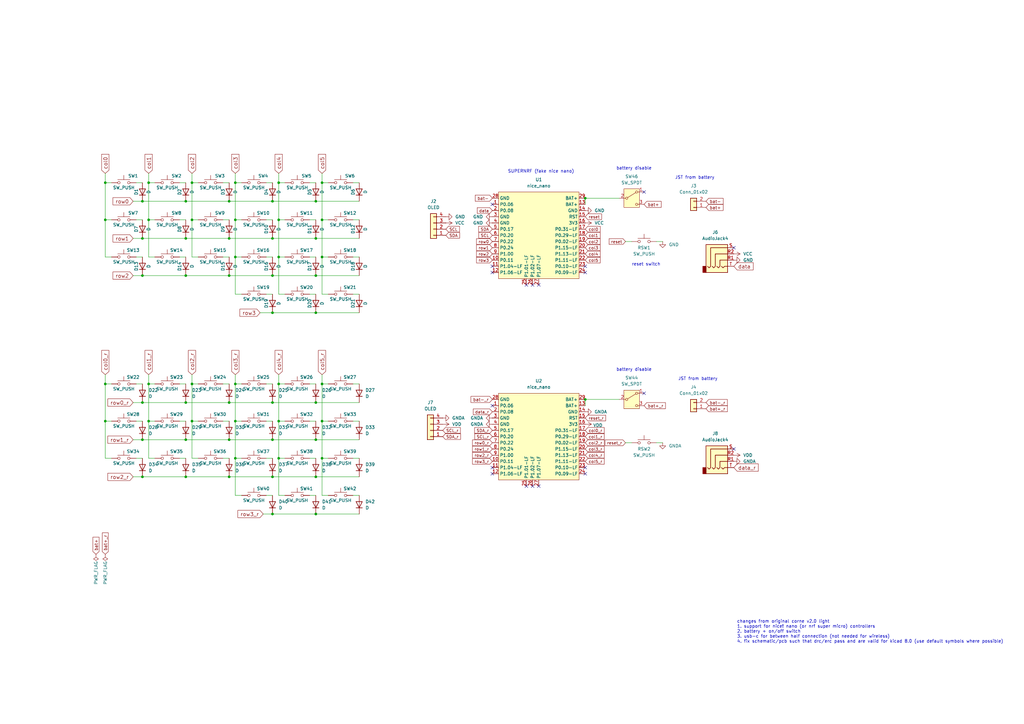
<source format=kicad_sch>
(kicad_sch (version 20231120) (generator "eeschema") (generator_version "8.0")
  (paper "A3")
  (title_block (title "Corne Light (wireless mod)") (date "2024-10-22") (rev "2.1") (company "kevontheweb"))
  (lib_symbols
    (symbol "Connector_Audio:AudioJack4"
      (property "Reference" "J" (at 0 8.89 0))
      (property "Value" "AudioJack4" (at 0 6.35 0))
      (symbol "AudioJack4_1_1"
        (pin passive line (at 5.08 -2.54 180) (length 2.54) (name "~") (number "R1"))
        (pin passive line (at 5.08 0 180) (length 2.54) (name "~") (number "R2"))
        (pin passive line (at 5.08 2.54 180) (length 2.54) (name "~") (number "S"))
        (pin passive line (at 5.08 -5.08 180) (length 2.54) (name "~") (number "T"))
      )
    )
    (symbol "Connector_Generic:Conn_01x02" (pin_names (offset 1.016) hide)
      (property "Reference" "J" (at 0 2.54 0))
      (property "Value" "Conn_01x02" (at 0 -5.08 0))
      (symbol "Conn_01x02_1_1"
        (pin passive line (at -5.08 0 0) (length 3.81) (name "Pin_1") (number "1"))
        (pin passive line (at -5.08 -2.54 0) (length 3.81) (name "Pin_2") (number "2"))
      )
    )
    (symbol "Connector_Generic:Conn_01x04" (pin_names (offset 1.016) hide)
      (property "Reference" "J" (at 0 5.08 0))
      (property "Value" "Conn_01x04" (at 0 -7.62 0))
      (symbol "Conn_01x04_1_1"
        (pin passive line (at -5.08 2.54 0) (length 3.81) (name "Pin_1") (number "1"))
        (pin passive line (at -5.08 0 0) (length 3.81) (name "Pin_2") (number "2"))
        (pin passive line (at -5.08 -2.54 0) (length 3.81) (name "Pin_3") (number "3"))
        (pin passive line (at -5.08 -5.08 0) (length 3.81) (name "Pin_4") (number "4"))
      )
    )
    (symbol "Device:D" (pin_numbers hide) (pin_names (offset 1.016) hide)
      (property "Reference" "D" (at 0 2.54 0))
      (property "Value" "D" (at 0 -2.54 0))
      (symbol "D_1_1"
        (pin passive line (at -3.81 0 0) (length 2.54) (name "K") (number "1"))
        (pin passive line (at 3.81 0 180) (length 2.54) (name "A") (number "2"))
      )
    )
    (symbol "PCM_marbastlib-promicroish:nice_nano" (in_bom no)
      (property "Reference" "U" (at 0 22.86 0))
      (property "Value" "nice_nano" (at 0 20.32 0))
      (symbol "nice_nano_0_0"
        (pin bidirectional line (at -19.05 13.97 0) (length 2.54) (name "P0.06") (number "1"))
        (pin bidirectional line (at -19.05 -8.89 0) (length 2.54) (name "P0.11") (number "10"))
        (pin bidirectional line (at -19.05 -11.43 0) (length 2.54) (name "P1.04-LF") (number "11"))
        (pin bidirectional line (at -19.05 -13.97 0) (length 2.54) (name "P1.06-LF") (number "12"))
        (pin power_out line (at 19.05 11.43 180) (length 2.54) (name "GND") (number "14"))
        (pin bidirectional line (at 19.05 8.89 180) (length 2.54) (name "RST") (number "15"))
        (pin bidirectional line (at 19.05 3.81 180) (length 2.54) (name "P0.31-LF") (number "17"))
        (pin bidirectional line (at 19.05 1.27 180) (length 2.54) (name "P0.29-LF") (number "18"))
        (pin bidirectional line (at 19.05 -1.27 180) (length 2.54) (name "P0.02-LF") (number "19"))
        (pin bidirectional line (at -19.05 11.43 0) (length 2.54) (name "P0.08") (number "2"))
        (pin bidirectional line (at 19.05 -3.81 180) (length 2.54) (name "P1.15-LF") (number "20"))
        (pin bidirectional line (at 19.05 -6.35 180) (length 2.54) (name "P1.13-LF") (number "21"))
        (pin bidirectional line (at 19.05 -8.89 180) (length 2.54) (name "P1.11-LF") (number "22"))
        (pin bidirectional line (at 19.05 -13.97 180) (length 2.54) (name "P0.09-LF") (number "24"))
        (pin power_out line (at -19.05 8.89 0) (length 2.54) (name "GND") (number "3"))
        (pin power_out line (at -19.05 6.35 0) (length 2.54) (name "GND") (number "4"))
        (pin bidirectional line (at -19.05 3.81 0) (length 2.54) (name "P0.17") (number "5"))
        (pin bidirectional line (at -19.05 1.27 0) (length 2.54) (name "P0.20") (number "6"))
        (pin bidirectional line (at -19.05 -1.27 0) (length 2.54) (name "P0.22") (number "7"))
        (pin bidirectional line (at -19.05 -3.81 0) (length 2.54) (name "P0.24") (number "8"))
        (pin bidirectional line (at -19.05 -6.35 0) (length 2.54) (name "P1.00") (number "9"))
      )
      (symbol "nice_nano_1_0"
        (pin power_out line (at 19.05 13.97 180) (length 2.54) (name "BAT+") (number "13"))
        (pin power_out line (at 19.05 6.35 180) (length 2.54) (name "3V3") (number "16"))
        (pin bidirectional line (at 19.05 -11.43 180) (length 2.54) (name "P0.10-LF") (number "23"))
        (pin bidirectional line (at -5.08 -19.05 90) (length 2.54) (name "P1.01-LF") (number "25"))
        (pin bidirectional line (at -2.54 -19.05 90) (length 2.54) (name "P1.02-LF") (number "26"))
        (pin bidirectional line (at 0 -19.05 90) (length 2.54) (name "P1.07-LF") (number "27"))
        (pin power_out line (at -19.05 16.51 0) (length 2.54) (name "GND") (number "28"))
        (pin power_out line (at 19.05 16.51 180) (length 2.54) (name "BAT+") (number "29"))
      )
    )
    (symbol "Switch:SW_Push" (pin_numbers hide) (pin_names (offset 1.016) hide)
      (property "Reference" "SW" (at 1.27 2.54 0))
      (property "Value" "SW_Push" (at 0 -1.524 0))
      (symbol "SW_Push_0_1"
        (pin passive line (at -5.08 0 0) (length 2.54) (name "1") (number "1"))
        (pin passive line (at 5.08 0 180) (length 2.54) (name "2") (number "2"))
      )
    )
    (symbol "Switch:SW_SPDT" (pin_names (offset 0) hide)
      (property "Reference" "SW" (at 0 5.08 0))
      (property "Value" "SW_SPDT" (at 0 -5.08 0))
      (symbol "SW_SPDT_1_1"
        (pin passive line (at 5.08 2.54 180) (length 2.54) (name "A") (number "1"))
        (pin passive line (at -5.08 0 0) (length 2.54) (name "B") (number "2"))
        (pin passive line (at 5.08 -2.54 180) (length 2.54) (name "C") (number "3"))
      )
    )
    (symbol "power:GND" (power) (pin_numbers hide) (pin_names (offset 0) hide)
      (property "Value" "GND" (at 0 -3.81 0))
      (symbol "GND_1_1"
        (pin power_in line (at 0 0 270) (length 0) (name "~") (number "1"))
      )
    )
    (symbol "power:GNDA" (power) (pin_numbers hide) (pin_names (offset 0) hide)
      (property "Value" "GNDA" (at 0 -3.81 0))
      (symbol "GNDA_1_1"
        (pin power_in line (at 0 0 270) (length 0) (name "~") (number "1"))
      )
    )
    (symbol "power:PWR_FLAG" (power) (pin_numbers hide) (pin_names (offset 0) hide)
      (property "Value" "PWR_FLAG" (at 0 3.81 0))
      (symbol "PWR_FLAG_0_0"
        (pin power_out line (at 0 0 90) (length 0) (name "~") (number "1"))
      )
    )
    (symbol "power:VCC" (power) (pin_numbers hide) (pin_names (offset 0) hide)
      (property "Value" "VCC" (at 0 3.556 0))
      (symbol "VCC_1_1"
        (pin power_in line (at 0 0 90) (length 0) (name "~") (number "1"))
      )
    )
    (symbol "power:VDD" (power) (pin_numbers hide) (pin_names (offset 0) hide)
      (property "Value" "VDD" (at 0 3.556 0))
      (symbol "VDD_1_1"
        (pin power_in line (at 0 0 90) (length 0) (name "~") (number "1"))
      )
    )
  )
  (junction (at 76.2 195.58))
  (junction (at 114.3 105.41))
  (junction (at 111.76 210.82))
  (junction (at 132.08 187.96))
  (junction (at 111.76 180.34))
  (junction (at 78.74 90.17))
  (junction (at 76.2 97.79))
  (junction (at 240.03 81.28))
  (junction (at 78.74 172.72))
  (junction (at 111.76 113.03))
  (junction (at 132.08 172.72))
  (junction (at 60.96 157.48))
  (junction (at 78.74 74.93))
  (junction (at 114.3 157.48))
  (junction (at 129.54 113.03))
  (junction (at 78.74 157.48))
  (junction (at 129.54 210.82))
  (junction (at 129.54 82.55))
  (junction (at 111.76 82.55))
  (junction (at 129.54 97.79))
  (junction (at 58.42 165.1))
  (junction (at 132.08 74.93))
  (junction (at 58.42 113.03))
  (junction (at 132.08 105.41))
  (junction (at 132.08 90.17))
  (junction (at 96.52 105.41))
  (junction (at 76.2 180.34))
  (junction (at 43.18 74.93))
  (junction (at 58.42 180.34))
  (junction (at 96.52 187.96))
  (junction (at 129.54 180.34))
  (junction (at 93.98 97.79))
  (junction (at 129.54 195.58))
  (junction (at 96.52 157.48))
  (junction (at 76.2 82.55))
  (junction (at 43.18 172.72))
  (junction (at 58.42 195.58))
  (junction (at 114.3 90.17))
  (junction (at 93.98 113.03))
  (junction (at 60.96 90.17))
  (junction (at 93.98 180.34))
  (junction (at 43.18 157.48))
  (junction (at 129.54 165.1))
  (junction (at 111.76 128.27))
  (junction (at 96.52 172.72))
  (junction (at 60.96 74.93))
  (junction (at 43.18 90.17))
  (junction (at 114.3 187.96))
  (junction (at 111.76 97.79))
  (junction (at 76.2 113.03))
  (junction (at 129.54 128.27))
  (junction (at 240.03 163.83))
  (junction (at 93.98 82.55))
  (junction (at 111.76 195.58))
  (junction (at 93.98 165.1))
  (junction (at 93.98 195.58))
  (junction (at 58.42 82.55))
  (junction (at 96.52 90.17))
  (junction (at 96.52 74.93))
  (junction (at 111.76 165.1))
  (junction (at 114.3 172.72))
  (junction (at 76.2 165.1))
  (junction (at 60.96 172.72))
  (junction (at 114.3 74.93))
  (junction (at 58.42 97.79))
  (junction (at 132.08 157.48))
  (no_connect (at 218.44 199.39))
  (no_connect (at 201.93 191.77))
  (no_connect (at 300.99 101.6))
  (no_connect (at 215.9 199.39))
  (no_connect (at 201.93 166.37))
  (no_connect (at 300.99 184.15))
  (no_connect (at 201.93 194.31))
  (no_connect (at 201.93 111.76))
  (no_connect (at 201.93 83.82))
  (no_connect (at 218.44 116.84))
  (no_connect (at 240.03 194.31))
  (no_connect (at 215.9 116.84))
  (no_connect (at 240.03 111.76))
  (no_connect (at 240.03 191.77))
  (no_connect (at 264.16 161.29))
  (no_connect (at 201.93 109.22))
  (no_connect (at 240.03 109.22))
  (no_connect (at 220.98 199.39))
  (no_connect (at 264.16 78.74))
  (no_connect (at 220.98 116.84))
  (wire (pts (xy 43.18 71.12) (xy 43.18 74.93)))
  (wire (pts (xy 96.52 157.48) (xy 96.52 172.72)))
  (wire (pts (xy 91.44 157.48) (xy 93.98 157.48)))
  (wire (pts (xy 129.54 195.58) (xy 147.32 195.58)))
  (wire (pts (xy 96.52 172.72) (xy 99.06 172.72)))
  (wire (pts (xy 96.52 90.17) (xy 96.52 105.41)))
  (wire (pts (xy 55.88 90.17) (xy 58.42 90.17)))
  (wire (pts (xy 93.98 165.1) (xy 111.76 165.1)))
  (wire (pts (xy 114.3 157.48) (xy 114.3 172.72)))
  (wire (pts (xy 132.08 157.48) (xy 134.62 157.48)))
  (wire (pts (xy 256.54 99.06) (xy 259.08 99.06)))
  (wire (pts (xy 109.22 74.93) (xy 111.76 74.93)))
  (wire (pts (xy 111.76 195.58) (xy 129.54 195.58)))
  (wire (pts (xy 127 90.17) (xy 129.54 90.17)))
  (wire (pts (xy 144.78 203.2) (xy 147.32 203.2)))
  (wire (pts (xy 99.06 187.96) (xy 96.52 187.96)))
  (wire (pts (xy 132.08 172.72) (xy 134.62 172.72)))
  (wire (pts (xy 132.08 105.41) (xy 132.08 120.65)))
  (wire (pts (xy 109.22 172.72) (xy 111.76 172.72)))
  (wire (pts (xy 78.74 90.17) (xy 81.28 90.17)))
  (wire (pts (xy 78.74 157.48) (xy 81.28 157.48)))
  (wire (pts (xy 132.08 187.96) (xy 132.08 203.2)))
  (wire (pts (xy 91.44 105.41) (xy 93.98 105.41)))
  (wire (pts (xy 78.74 105.41) (xy 81.28 105.41)))
  (wire (pts (xy 132.08 120.65) (xy 134.62 120.65)))
  (wire (pts (xy 60.96 74.93) (xy 63.5 74.93)))
  (wire (pts (xy 96.52 74.93) (xy 99.06 74.93)))
  (wire (pts (xy 114.3 172.72) (xy 116.84 172.72)))
  (wire (pts (xy 109.22 203.2) (xy 111.76 203.2)))
  (wire (pts (xy 106.68 128.27) (xy 111.76 128.27)))
  (wire (pts (xy 132.08 172.72) (xy 132.08 187.96)))
  (wire (pts (xy 43.18 74.93) (xy 43.18 90.17)))
  (wire (pts (xy 93.98 180.34) (xy 111.76 180.34)))
  (wire (pts (xy 78.74 74.93) (xy 78.74 90.17)))
  (wire (pts (xy 60.96 187.96) (xy 63.5 187.96)))
  (wire (pts (xy 132.08 71.12) (xy 132.08 74.93)))
  (wire (pts (xy 132.08 74.93) (xy 132.08 90.17)))
  (wire (pts (xy 43.18 74.93) (xy 45.72 74.93)))
  (wire (pts (xy 54.61 113.03) (xy 58.42 113.03)))
  (wire (pts (xy 55.88 105.41) (xy 58.42 105.41)))
  (wire (pts (xy 132.08 153.67) (xy 132.08 157.48)))
  (wire (pts (xy 240.03 163.83) (xy 240.03 166.37)))
  (wire (pts (xy 96.52 120.65) (xy 99.06 120.65)))
  (wire (pts (xy 76.2 195.58) (xy 93.98 195.58)))
  (wire (pts (xy 76.2 97.79) (xy 93.98 97.79)))
  (wire (pts (xy 54.61 195.58) (xy 58.42 195.58)))
  (wire (pts (xy 96.52 74.93) (xy 96.52 90.17)))
  (wire (pts (xy 129.54 113.03) (xy 147.32 113.03)))
  (wire (pts (xy 91.44 172.72) (xy 93.98 172.72)))
  (wire (pts (xy 109.22 90.17) (xy 111.76 90.17)))
  (wire (pts (xy 73.66 172.72) (xy 76.2 172.72)))
  (wire (pts (xy 134.62 74.93) (xy 132.08 74.93)))
  (wire (pts (xy 127 105.41) (xy 129.54 105.41)))
  (wire (pts (xy 73.66 74.93) (xy 76.2 74.93)))
  (wire (pts (xy 132.08 157.48) (xy 132.08 172.72)))
  (wire (pts (xy 60.96 90.17) (xy 63.5 90.17)))
  (wire (pts (xy 269.24 99.06) (xy 271.78 99.06)))
  (wire (pts (xy 111.76 210.82) (xy 129.54 210.82)))
  (wire (pts (xy 111.76 82.55) (xy 129.54 82.55)))
  (wire (pts (xy 256.54 181.61) (xy 259.08 181.61)))
  (wire (pts (xy 54.61 180.34) (xy 58.42 180.34)))
  (wire (pts (xy 54.61 165.1) (xy 58.42 165.1)))
  (wire (pts (xy 114.3 71.12) (xy 114.3 74.93)))
  (wire (pts (xy 43.18 157.48) (xy 43.18 172.72)))
  (wire (pts (xy 60.96 90.17) (xy 60.96 105.41)))
  (wire (pts (xy 91.44 74.93) (xy 93.98 74.93)))
  (wire (pts (xy 43.18 105.41) (xy 45.72 105.41)))
  (wire (pts (xy 114.3 187.96) (xy 114.3 203.2)))
  (wire (pts (xy 60.96 71.12) (xy 60.96 74.93)))
  (wire (pts (xy 96.52 153.67) (xy 96.52 157.48)))
  (wire (pts (xy 114.3 105.41) (xy 116.84 105.41)))
  (wire (pts (xy 76.2 113.03) (xy 93.98 113.03)))
  (wire (pts (xy 111.76 180.34) (xy 129.54 180.34)))
  (wire (pts (xy 54.61 97.79) (xy 58.42 97.79)))
  (wire (pts (xy 114.3 74.93) (xy 116.84 74.93)))
  (wire (pts (xy 78.74 172.72) (xy 78.74 187.96)))
  (wire (pts (xy 127 187.96) (xy 129.54 187.96)))
  (wire (pts (xy 93.98 97.79) (xy 111.76 97.79)))
  (wire (pts (xy 78.74 71.12) (xy 78.74 74.93)))
  (wire (pts (xy 96.52 90.17) (xy 99.06 90.17)))
  (wire (pts (xy 43.18 157.48) (xy 45.72 157.48)))
  (wire (pts (xy 109.22 105.41) (xy 111.76 105.41)))
  (wire (pts (xy 96.52 105.41) (xy 99.06 105.41)))
  (wire (pts (xy 132.08 105.41) (xy 134.62 105.41)))
  (wire (pts (xy 60.96 172.72) (xy 63.5 172.72)))
  (wire (pts (xy 127 74.93) (xy 129.54 74.93)))
  (wire (pts (xy 54.61 82.55) (xy 58.42 82.55)))
  (wire (pts (xy 43.18 90.17) (xy 45.72 90.17)))
  (wire (pts (xy 96.52 203.2) (xy 99.06 203.2)))
  (wire (pts (xy 114.3 120.65) (xy 116.84 120.65)))
  (wire (pts (xy 58.42 180.34) (xy 76.2 180.34)))
  (wire (pts (xy 114.3 90.17) (xy 116.84 90.17)))
  (wire (pts (xy 132.08 90.17) (xy 132.08 105.41)))
  (wire (pts (xy 132.08 203.2) (xy 134.62 203.2)))
  (wire (pts (xy 78.74 157.48) (xy 78.74 172.72)))
  (wire (pts (xy 240.03 81.28) (xy 240.03 83.82)))
  (wire (pts (xy 60.96 157.48) (xy 63.5 157.48)))
  (wire (pts (xy 60.96 172.72) (xy 60.96 187.96)))
  (wire (pts (xy 129.54 97.79) (xy 147.32 97.79)))
  (wire (pts (xy 58.42 82.55) (xy 76.2 82.55)))
  (wire (pts (xy 58.42 195.58) (xy 76.2 195.58)))
  (wire (pts (xy 43.18 187.96) (xy 45.72 187.96)))
  (wire (pts (xy 78.74 187.96) (xy 81.28 187.96)))
  (wire (pts (xy 144.78 157.48) (xy 147.32 157.48)))
  (wire (pts (xy 144.78 90.17) (xy 147.32 90.17)))
  (wire (pts (xy 93.98 195.58) (xy 111.76 195.58)))
  (wire (pts (xy 144.78 172.72) (xy 147.32 172.72)))
  (wire (pts (xy 76.2 82.55) (xy 93.98 82.55)))
  (wire (pts (xy 129.54 128.27) (xy 147.32 128.27)))
  (wire (pts (xy 78.74 172.72) (xy 81.28 172.72)))
  (wire (pts (xy 91.44 187.96) (xy 93.98 187.96)))
  (wire (pts (xy 93.98 113.03) (xy 111.76 113.03)))
  (wire (pts (xy 55.88 187.96) (xy 58.42 187.96)))
  (wire (pts (xy 43.18 153.67) (xy 43.18 157.48)))
  (wire (pts (xy 132.08 90.17) (xy 134.62 90.17)))
  (wire (pts (xy 127 172.72) (xy 129.54 172.72)))
  (wire (pts (xy 114.3 157.48) (xy 116.84 157.48)))
  (wire (pts (xy 55.88 157.48) (xy 58.42 157.48)))
  (wire (pts (xy 144.78 120.65) (xy 147.32 120.65)))
  (wire (pts (xy 73.66 157.48) (xy 76.2 157.48)))
  (wire (pts (xy 114.3 172.72) (xy 114.3 187.96)))
  (wire (pts (xy 73.66 90.17) (xy 76.2 90.17)))
  (wire (pts (xy 111.76 97.79) (xy 129.54 97.79)))
  (wire (pts (xy 144.78 74.93) (xy 147.32 74.93)))
  (wire (pts (xy 109.22 157.48) (xy 111.76 157.48)))
  (wire (pts (xy 43.18 90.17) (xy 43.18 105.41)))
  (wire (pts (xy 60.96 153.67) (xy 60.96 157.48)))
  (wire (pts (xy 60.96 74.93) (xy 60.96 90.17)))
  (wire (pts (xy 43.18 172.72) (xy 43.18 187.96)))
  (wire (pts (xy 93.98 82.55) (xy 111.76 82.55)))
  (wire (pts (xy 114.3 74.93) (xy 114.3 90.17)))
  (wire (pts (xy 58.42 113.03) (xy 76.2 113.03)))
  (wire (pts (xy 60.96 157.48) (xy 60.96 172.72)))
  (wire (pts (xy 127 120.65) (xy 129.54 120.65)))
  (wire (pts (xy 127 157.48) (xy 129.54 157.48)))
  (wire (pts (xy 78.74 74.93) (xy 81.28 74.93)))
  (wire (pts (xy 78.74 90.17) (xy 78.74 105.41)))
  (wire (pts (xy 76.2 165.1) (xy 93.98 165.1)))
  (wire (pts (xy 58.42 165.1) (xy 76.2 165.1)))
  (wire (pts (xy 96.52 71.12) (xy 96.52 74.93)))
  (wire (pts (xy 76.2 180.34) (xy 93.98 180.34)))
  (wire (pts (xy 114.3 203.2) (xy 116.84 203.2)))
  (wire (pts (xy 96.52 187.96) (xy 96.52 203.2)))
  (wire (pts (xy 240.03 163.83) (xy 254 163.83)))
  (wire (pts (xy 114.3 187.96) (xy 116.84 187.96)))
  (wire (pts (xy 129.54 210.82) (xy 147.32 210.82)))
  (wire (pts (xy 111.76 113.03) (xy 129.54 113.03)))
  (wire (pts (xy 55.88 74.93) (xy 58.42 74.93)))
  (wire (pts (xy 114.3 153.67) (xy 114.3 157.48)))
  (wire (pts (xy 107.95 210.82) (xy 111.76 210.82)))
  (wire (pts (xy 129.54 165.1) (xy 147.32 165.1)))
  (wire (pts (xy 58.42 97.79) (xy 76.2 97.79)))
  (wire (pts (xy 144.78 187.96) (xy 147.32 187.96)))
  (wire (pts (xy 111.76 128.27) (xy 129.54 128.27)))
  (wire (pts (xy 269.24 181.61) (xy 271.78 181.61)))
  (wire (pts (xy 129.54 82.55) (xy 147.32 82.55)))
  (wire (pts (xy 240.03 81.28) (xy 254 81.28)))
  (wire (pts (xy 144.78 105.41) (xy 147.32 105.41)))
  (wire (pts (xy 91.44 90.17) (xy 93.98 90.17)))
  (wire (pts (xy 114.3 105.41) (xy 114.3 120.65)))
  (wire (pts (xy 43.18 172.72) (xy 45.72 172.72)))
  (wire (pts (xy 129.54 180.34) (xy 147.32 180.34)))
  (wire (pts (xy 114.3 90.17) (xy 114.3 105.41)))
  (wire (pts (xy 55.88 172.72) (xy 58.42 172.72)))
  (wire (pts (xy 96.52 157.48) (xy 99.06 157.48)))
  (wire (pts (xy 60.96 105.41) (xy 63.5 105.41)))
  (wire (pts (xy 73.66 105.41) (xy 76.2 105.41)))
  (wire (pts (xy 111.76 165.1) (xy 129.54 165.1)))
  (wire (pts (xy 78.74 153.67) (xy 78.74 157.48)))
  (wire (pts (xy 109.22 187.96) (xy 111.76 187.96)))
  (wire (pts (xy 132.08 187.96) (xy 134.62 187.96)))
  (wire (pts (xy 96.52 172.72) (xy 96.52 187.96)))
  (wire (pts (xy 109.22 120.65) (xy 111.76 120.65)))
  (wire (pts (xy 127 203.2) (xy 129.54 203.2)))
  (wire (pts (xy 73.66 187.96) (xy 76.2 187.96)))
  (wire (pts (xy 96.52 105.41) (xy 96.52 120.65)))
  (text "changes from original corne v2.0 light\n1. support for nice! nano (or nrf super micro) controllers\n2. battery + on/off switch\n3. usb-c for between half connection (not needed for wireless)\n4. fix schematic/pcb such that drc/erc pass and are valid for kicad 8.0 (use default symbols where possible)\n" (at 302.26 259.08 0) (effects (font (size 1.27 1.27)) (justify left)))
  (text "reset switch" (at 259.08 109.22 0) (effects (font (size 1.27 1.27)) (justify left bottom)))
  (text "battery disable" (at 252.73 69.85 0) (effects (font (size 1.27 1.27)) (justify left bottom)))
  (text "JST from battery" (at 276.86 73.66 0) (effects (font (size 1.27 1.27)) (justify left bottom)))
  (text "battery disable" (at 252.73 152.4 0) (effects (font (size 1.27 1.27)) (justify left bottom)))
  (text "JST from battery" (at 278.13 156.21 0) (effects (font (size 1.27 1.27)) (justify left bottom)))
  (text "SUPERNRF (fake nice nano)\n" (at 208.28 71.12 0) (effects (font (size 1.27 1.27)) (justify left bottom)))
  (global_label "col2" (shape input) (at 78.74 71.12 90) (effects (font (size 1.524 1.524))) (property "Intersheetrefs" "${INTERSHEET_REFS}" (effects (hide yes))))
  (global_label "row1_r" (shape input) (at 201.93 184.15 180) (effects (font (size 1.1938 1.1938))) (property "Intersheetrefs" "${INTERSHEET_REFS}" (effects (hide yes))))
  (global_label "row3_r" (shape input) (at 201.93 189.23 180) (effects (font (size 1.1938 1.1938))) (property "Intersheetrefs" "${INTERSHEET_REFS}" (effects (hide yes))))
  (global_label "col3" (shape input) (at 96.52 71.12 90) (effects (font (size 1.524 1.524))) (property "Intersheetrefs" "${INTERSHEET_REFS}" (effects (hide yes))))
  (global_label "bat+" (shape input) (at 39.37 227.33 90) (property "Intersheetrefs" "${INTERSHEET_REFS}" (effects (hide yes))))
  (global_label "row0" (shape input) (at 54.61 82.55 180) (effects (font (size 1.524 1.524))) (property "Intersheetrefs" "${INTERSHEET_REFS}" (effects (hide yes))))
  (global_label "bat+" (shape input) (at 264.16 83.82 0) (property "Intersheetrefs" "${INTERSHEET_REFS}" (effects (hide yes))))
  (global_label "bat+_r" (shape input) (at 264.16 166.37 0) (property "Intersheetrefs" "${INTERSHEET_REFS}" (effects (hide yes))))
  (global_label "row0" (shape input) (at 201.93 99.06 180) (effects (font (size 1.1938 1.1938))) (property "Intersheetrefs" "${INTERSHEET_REFS}" (effects (hide yes))))
  (global_label "reset" (shape input) (at 256.54 99.06 180) (effects (font (size 1.1938 1.1938))) (property "Intersheetrefs" "${INTERSHEET_REFS}" (effects (hide yes))))
  (global_label "row1" (shape input) (at 201.93 101.6 180) (effects (font (size 1.1938 1.1938))) (property "Intersheetrefs" "${INTERSHEET_REFS}" (effects (hide yes))))
  (global_label "row2_r" (shape input) (at 54.61 195.58 180) (effects (font (size 1.524 1.524))) (property "Intersheetrefs" "${INTERSHEET_REFS}" (effects (hide yes))))
  (global_label "data" (shape input) (at 300.99 109.22 0) (effects (font (size 1.524 1.524))) (property "Intersheetrefs" "${INTERSHEET_REFS}" (effects (hide yes))))
  (global_label "col5" (shape input) (at 132.08 71.12 90) (effects (font (size 1.524 1.524))) (property "Intersheetrefs" "${INTERSHEET_REFS}" (effects (hide yes))))
  (global_label "col4" (shape input) (at 114.3 71.12 90) (effects (font (size 1.524 1.524))) (property "Intersheetrefs" "${INTERSHEET_REFS}" (effects (hide yes))))
  (global_label "SCL_r" (shape input) (at 201.93 179.07 180) (effects (font (size 1.1938 1.1938))) (property "Intersheetrefs" "${INTERSHEET_REFS}" (effects (hide yes))))
  (global_label "SCL_r" (shape input) (at 181.61 176.53 0) (effects (font (size 1.1938 1.1938))) (property "Intersheetrefs" "${INTERSHEET_REFS}" (effects (hide yes))))
  (global_label "col1" (shape input) (at 60.96 71.12 90) (effects (font (size 1.524 1.524))) (property "Intersheetrefs" "${INTERSHEET_REFS}" (effects (hide yes))))
  (global_label "SDA_r" (shape input) (at 181.61 179.07 0) (effects (font (size 1.1938 1.1938))) (property "Intersheetrefs" "${INTERSHEET_REFS}" (effects (hide yes))))
  (global_label "row1" (shape input) (at 54.61 97.79 180) (effects (font (size 1.524 1.524))) (property "Intersheetrefs" "${INTERSHEET_REFS}" (effects (hide yes))))
  (global_label "SCL" (shape input) (at 182.88 93.98 0) (effects (font (size 1.1938 1.1938))) (property "Intersheetrefs" "${INTERSHEET_REFS}" (effects (hide yes))))
  (global_label "col0" (shape input) (at 240.03 93.98 0) (effects (font (size 1.1938 1.1938))) (property "Intersheetrefs" "${INTERSHEET_REFS}" (effects (hide yes))))
  (global_label "row2_r" (shape input) (at 201.93 186.69 180) (effects (font (size 1.1938 1.1938))) (property "Intersheetrefs" "${INTERSHEET_REFS}" (effects (hide yes))))
  (global_label "data" (shape input) (at 201.93 86.36 180) (effects (font (size 1.1938 1.1938))) (property "Intersheetrefs" "${INTERSHEET_REFS}" (effects (hide yes))))
  (global_label "col1_r" (shape input) (at 240.03 179.07 0) (effects (font (size 1.1938 1.1938))) (property "Intersheetrefs" "${INTERSHEET_REFS}" (effects (hide yes))))
  (global_label "reset_r" (shape input) (at 240.03 171.45 0) (effects (font (size 1.1938 1.1938))) (property "Intersheetrefs" "${INTERSHEET_REFS}" (effects (hide yes))))
  (global_label "row0_r" (shape input) (at 54.61 165.1 180) (effects (font (size 1.524 1.524))) (property "Intersheetrefs" "${INTERSHEET_REFS}" (effects (hide yes))))
  (global_label "reset_r" (shape input) (at 256.54 181.61 180) (effects (font (size 1.1938 1.1938))) (property "Intersheetrefs" "${INTERSHEET_REFS}" (effects (hide yes))))
  (global_label "row1_r" (shape input) (at 54.61 180.34 180) (effects (font (size 1.524 1.524))) (property "Intersheetrefs" "${INTERSHEET_REFS}" (effects (hide yes))))
  (global_label "col3_r" (shape input) (at 96.52 153.67 90) (effects (font (size 1.524 1.524))) (property "Intersheetrefs" "${INTERSHEET_REFS}" (effects (hide yes))))
  (global_label "col4" (shape input) (at 240.03 104.14 0) (effects (font (size 1.1938 1.1938))) (property "Intersheetrefs" "${INTERSHEET_REFS}" (effects (hide yes))))
  (global_label "col4_r" (shape input) (at 114.3 153.67 90) (effects (font (size 1.524 1.524))) (property "Intersheetrefs" "${INTERSHEET_REFS}" (effects (hide yes))))
  (global_label "row3_r" (shape input) (at 107.95 210.82 180) (effects (font (size 1.524 1.524))) (property "Intersheetrefs" "${INTERSHEET_REFS}" (effects (hide yes))))
  (global_label "bat+_r" (shape input) (at 289.56 167.64 0) (property "Intersheetrefs" "${INTERSHEET_REFS}" (effects (hide yes))))
  (global_label "col5_r" (shape input) (at 132.08 153.67 90) (effects (font (size 1.524 1.524))) (property "Intersheetrefs" "${INTERSHEET_REFS}" (effects (hide yes))))
  (global_label "col5_r" (shape input) (at 240.03 189.23 0) (effects (font (size 1.1938 1.1938))) (property "Intersheetrefs" "${INTERSHEET_REFS}" (effects (hide yes))))
  (global_label "bat-_r" (shape input) (at 289.56 165.1 0) (property "Intersheetrefs" "${INTERSHEET_REFS}" (effects (hide yes))))
  (global_label "col0_r" (shape input) (at 240.03 176.53 0) (effects (font (size 1.1938 1.1938))) (property "Intersheetrefs" "${INTERSHEET_REFS}" (effects (hide yes))))
  (global_label "col3_r" (shape input) (at 240.03 184.15 0) (effects (font (size 1.1938 1.1938))) (property "Intersheetrefs" "${INTERSHEET_REFS}" (effects (hide yes))))
  (global_label "SCL" (shape input) (at 201.93 96.52 180) (effects (font (size 1.1938 1.1938))) (property "Intersheetrefs" "${INTERSHEET_REFS}" (effects (hide yes))))
  (global_label "col1" (shape input) (at 240.03 96.52 0) (effects (font (size 1.1938 1.1938))) (property "Intersheetrefs" "${INTERSHEET_REFS}" (effects (hide yes))))
  (global_label "data_r" (shape input) (at 201.93 168.91 180) (effects (font (size 1.1938 1.1938))) (property "Intersheetrefs" "${INTERSHEET_REFS}" (effects (hide yes))))
  (global_label "col1_r" (shape input) (at 60.96 153.67 90) (effects (font (size 1.524 1.524))) (property "Intersheetrefs" "${INTERSHEET_REFS}" (effects (hide yes))))
  (global_label "bat-_r" (shape input) (at 201.93 163.83 180) (property "Intersheetrefs" "${INTERSHEET_REFS}" (effects (hide yes))))
  (global_label "bat+" (shape input) (at 289.56 85.09 0) (property "Intersheetrefs" "${INTERSHEET_REFS}" (effects (hide yes))))
  (global_label "col2_r" (shape input) (at 78.74 153.67 90) (effects (font (size 1.524 1.524))) (property "Intersheetrefs" "${INTERSHEET_REFS}" (effects (hide yes))))
  (global_label "bat-" (shape input) (at 289.56 82.55 0) (property "Intersheetrefs" "${INTERSHEET_REFS}" (effects (hide yes))))
  (global_label "col4_r" (shape input) (at 240.03 186.69 0) (effects (font (size 1.1938 1.1938))) (property "Intersheetrefs" "${INTERSHEET_REFS}" (effects (hide yes))))
  (global_label "data_r" (shape input) (at 300.99 191.77 0) (effects (font (size 1.524 1.524))) (property "Intersheetrefs" "${INTERSHEET_REFS}" (effects (hide yes))))
  (global_label "col2" (shape input) (at 240.03 99.06 0) (effects (font (size 1.1938 1.1938))) (property "Intersheetrefs" "${INTERSHEET_REFS}" (effects (hide yes))))
  (global_label "row2" (shape input) (at 201.93 104.14 180) (effects (font (size 1.1938 1.1938))) (property "Intersheetrefs" "${INTERSHEET_REFS}" (effects (hide yes))))
  (global_label "bat+_r" (shape input) (at 43.18 227.33 90) (property "Intersheetrefs" "${INTERSHEET_REFS}" (effects (hide yes))))
  (global_label "col2_r" (shape input) (at 240.03 181.61 0) (effects (font (size 1.1938 1.1938))) (property "Intersheetrefs" "${INTERSHEET_REFS}" (effects (hide yes))))
  (global_label "col0" (shape input) (at 43.18 71.12 90) (effects (font (size 1.524 1.524))) (property "Intersheetrefs" "${INTERSHEET_REFS}" (effects (hide yes))))
  (global_label "SDA" (shape input) (at 182.88 96.52 0) (effects (font (size 1.1938 1.1938))) (property "Intersheetrefs" "${INTERSHEET_REFS}" (effects (hide yes))))
  (global_label "reset" (shape input) (at 240.03 88.9 0) (effects (font (size 1.1938 1.1938))) (property "Intersheetrefs" "${INTERSHEET_REFS}" (effects (hide yes))))
  (global_label "row0_r" (shape input) (at 201.93 181.61 180) (effects (font (size 1.1938 1.1938))) (property "Intersheetrefs" "${INTERSHEET_REFS}" (effects (hide yes))))
  (global_label "SDA" (shape input) (at 201.93 93.98 180) (effects (font (size 1.1938 1.1938))) (property "Intersheetrefs" "${INTERSHEET_REFS}" (effects (hide yes))))
  (global_label "bat-" (shape input) (at 201.93 81.28 180) (property "Intersheetrefs" "${INTERSHEET_REFS}" (effects (hide yes))))
  (global_label "col5" (shape input) (at 240.03 106.68 0) (effects (font (size 1.1938 1.1938))) (property "Intersheetrefs" "${INTERSHEET_REFS}" (effects (hide yes))))
  (global_label "col3" (shape input) (at 240.03 101.6 0) (effects (font (size 1.1938 1.1938))) (property "Intersheetrefs" "${INTERSHEET_REFS}" (effects (hide yes))))
  (global_label "row3" (shape input) (at 201.93 106.68 180) (effects (font (size 1.1938 1.1938))) (property "Intersheetrefs" "${INTERSHEET_REFS}" (effects (hide yes))))
  (global_label "SDA_r" (shape input) (at 201.93 176.53 180) (effects (font (size 1.1938 1.1938))) (property "Intersheetrefs" "${INTERSHEET_REFS}" (effects (hide yes))))
  (global_label "row3" (shape input) (at 106.68 128.27 180) (effects (font (size 1.524 1.524))) (property "Intersheetrefs" "${INTERSHEET_REFS}" (effects (hide yes))))
  (global_label "row2" (shape input) (at 54.61 113.03 180) (effects (font (size 1.524 1.524))) (property "Intersheetrefs" "${INTERSHEET_REFS}" (effects (hide yes))))
  (global_label "col0_r" (shape input) (at 43.18 153.67 90) (effects (font (size 1.524 1.524))) (property "Intersheetrefs" "${INTERSHEET_REFS}" (effects (hide yes))))
  (symbol (lib_id "Switch:SW_Push") (at 68.58 74.93 0) (unit 1)
    (property "Reference" "SW2" (at 72.39 72.136 0))
    (property "Value" "SW_PUSH" (at 68.58 76.962 0))
    (property "Footprint" "PCM_Switch_Keyboard_Cherry_MX:SW_Cherry_MX_PCB_1.00u" (effects (hide yes)))
    (property "Description" "Push button switch, generic, two pins" (effects (hide yes)))
  )
  (symbol (lib_id "Device:D") (at 76.2 78.74 90) (unit 1)
    (property "Reference" "D2" (at 73.66 78.74 0))
    (property "Value" "D" (at 78.74 78.74 0))
    (property "Footprint" "Diode_SMD:D_SOD-123" (effects (hide yes)))
    (property "Description" "Diode" (effects (hide yes)))
    (property "Sim.Device" "D" (effects (hide yes)))
    (property "Sim.Pins" "1=K 2=A" (effects (hide yes)))
  )
  (symbol (lib_id "Switch:SW_Push") (at 86.36 74.93 0) (unit 1)
    (property "Reference" "SW3" (at 90.17 72.136 0))
    (property "Value" "SW_PUSH" (at 86.36 76.962 0))
    (property "Footprint" "PCM_Switch_Keyboard_Cherry_MX:SW_Cherry_MX_PCB_1.00u" (effects (hide yes)))
    (property "Description" "Push button switch, generic, two pins" (effects (hide yes)))
  )
  (symbol (lib_id "Device:D") (at 93.98 78.74 90) (unit 1)
    (property "Reference" "D3" (at 91.44 78.74 0))
    (property "Value" "D" (at 96.52 78.74 0))
    (property "Footprint" "Diode_SMD:D_SOD-123" (effects (hide yes)))
    (property "Description" "Diode" (effects (hide yes)))
    (property "Sim.Device" "D" (effects (hide yes)))
    (property "Sim.Pins" "1=K 2=A" (effects (hide yes)))
  )
  (symbol (lib_id "Switch:SW_Push") (at 104.14 74.93 0) (unit 1)
    (property "Reference" "SW4" (at 107.95 72.136 0))
    (property "Value" "SW_PUSH" (at 104.14 76.962 0))
    (property "Footprint" "PCM_Switch_Keyboard_Cherry_MX:SW_Cherry_MX_PCB_1.00u" (effects (hide yes)))
    (property "Description" "Push button switch, generic, two pins" (effects (hide yes)))
  )
  (symbol (lib_id "Switch:SW_Push") (at 121.92 74.93 0) (unit 1)
    (property "Reference" "SW5" (at 125.73 72.136 0))
    (property "Value" "SW_PUSH" (at 121.92 76.962 0))
    (property "Footprint" "PCM_Switch_Keyboard_Cherry_MX:SW_Cherry_MX_PCB_1.00u" (effects (hide yes)))
    (property "Description" "Push button switch, generic, two pins" (effects (hide yes)))
  )
  (symbol (lib_id "Switch:SW_Push") (at 139.7 74.93 0) (unit 1)
    (property "Reference" "SW6" (at 143.51 72.136 0))
    (property "Value" "SW_PUSH" (at 139.7 76.962 0))
    (property "Footprint" "PCM_Switch_Keyboard_Cherry_MX:SW_Cherry_MX_PCB_1.00u" (effects (hide yes)))
    (property "Description" "Push button switch, generic, two pins" (effects (hide yes)))
  )
  (symbol (lib_id "Device:D") (at 111.76 78.74 90) (unit 1)
    (property "Reference" "D4" (at 109.22 78.74 0))
    (property "Value" "D" (at 114.3 78.74 0))
    (property "Footprint" "Diode_SMD:D_SOD-123" (effects (hide yes)))
    (property "Description" "Diode" (effects (hide yes)))
    (property "Sim.Device" "D" (effects (hide yes)))
    (property "Sim.Pins" "1=K 2=A" (effects (hide yes)))
  )
  (symbol (lib_id "Device:D") (at 129.54 78.74 90) (unit 1)
    (property "Reference" "D5" (at 127 78.74 0))
    (property "Value" "D" (at 132.08 78.74 0))
    (property "Footprint" "Diode_SMD:D_SOD-123" (effects (hide yes)))
    (property "Description" "Diode" (effects (hide yes)))
    (property "Sim.Device" "D" (effects (hide yes)))
    (property "Sim.Pins" "1=K 2=A" (effects (hide yes)))
  )
  (symbol (lib_id "Device:D") (at 147.32 78.74 90) (unit 1)
    (property "Reference" "D6" (at 144.78 78.74 0))
    (property "Value" "D" (at 149.86 78.74 0))
    (property "Footprint" "Diode_SMD:D_SOD-123" (effects (hide yes)))
    (property "Description" "Diode" (effects (hide yes)))
    (property "Sim.Device" "D" (effects (hide yes)))
    (property "Sim.Pins" "1=K 2=A" (effects (hide yes)))
  )
  (symbol (lib_id "Switch:SW_Push") (at 50.8 74.93 0) (unit 1)
    (property "Reference" "SW1" (at 54.61 72.136 0))
    (property "Value" "SW_PUSH" (at 50.8 76.962 0))
    (property "Footprint" "PCM_Switch_Keyboard_Cherry_MX:SW_Cherry_MX_PCB_1.00u" (effects (hide yes)))
    (property "Description" "Push button switch, generic, two pins" (effects (hide yes)))
  )
  (symbol (lib_id "Device:D") (at 58.42 78.74 90) (unit 1)
    (property "Reference" "D1" (at 55.88 78.74 0))
    (property "Value" "D" (at 60.96 78.74 0))
    (property "Footprint" "Diode_SMD:D_SOD-123" (effects (hide yes)))
    (property "Description" "Diode" (effects (hide yes)))
    (property "Sim.Device" "D" (effects (hide yes)))
    (property "Sim.Pins" "1=K 2=A" (effects (hide yes)))
  )
  (symbol (lib_id "Switch:SW_Push") (at 68.58 90.17 0) (unit 1)
    (property "Reference" "SW8" (at 72.39 87.376 0))
    (property "Value" "SW_PUSH" (at 68.58 92.202 0))
    (property "Footprint" "PCM_Switch_Keyboard_Cherry_MX:SW_Cherry_MX_PCB_1.00u" (effects (hide yes)))
    (property "Description" "Push button switch, generic, two pins" (effects (hide yes)))
  )
  (symbol (lib_id "Device:D") (at 76.2 93.98 90) (unit 1)
    (property "Reference" "D8" (at 73.66 93.98 0))
    (property "Value" "D" (at 78.74 93.98 0))
    (property "Footprint" "Diode_SMD:D_SOD-123" (effects (hide yes)))
    (property "Description" "Diode" (effects (hide yes)))
    (property "Sim.Device" "D" (effects (hide yes)))
    (property "Sim.Pins" "1=K 2=A" (effects (hide yes)))
  )
  (symbol (lib_id "Switch:SW_Push") (at 86.36 90.17 0) (unit 1)
    (property "Reference" "SW9" (at 90.17 87.376 0))
    (property "Value" "SW_PUSH" (at 86.36 92.202 0))
    (property "Footprint" "PCM_Switch_Keyboard_Cherry_MX:SW_Cherry_MX_PCB_1.00u" (effects (hide yes)))
    (property "Description" "Push button switch, generic, two pins" (effects (hide yes)))
  )
  (symbol (lib_id "Device:D") (at 93.98 93.98 90) (unit 1)
    (property "Reference" "D9" (at 91.44 93.98 0))
    (property "Value" "D" (at 96.52 93.98 0))
    (property "Footprint" "Diode_SMD:D_SOD-123" (effects (hide yes)))
    (property "Description" "Diode" (effects (hide yes)))
    (property "Sim.Device" "D" (effects (hide yes)))
    (property "Sim.Pins" "1=K 2=A" (effects (hide yes)))
  )
  (symbol (lib_id "Switch:SW_Push") (at 104.14 90.17 0) (unit 1)
    (property "Reference" "SW10" (at 107.95 87.376 0))
    (property "Value" "SW_PUSH" (at 104.14 92.202 0))
    (property "Footprint" "PCM_Switch_Keyboard_Cherry_MX:SW_Cherry_MX_PCB_1.00u" (effects (hide yes)))
    (property "Description" "Push button switch, generic, two pins" (effects (hide yes)))
  )
  (symbol (lib_id "Switch:SW_Push") (at 121.92 90.17 0) (unit 1)
    (property "Reference" "SW11" (at 125.73 87.376 0))
    (property "Value" "SW_PUSH" (at 121.92 92.202 0))
    (property "Footprint" "PCM_Switch_Keyboard_Cherry_MX:SW_Cherry_MX_PCB_1.00u" (effects (hide yes)))
    (property "Description" "Push button switch, generic, two pins" (effects (hide yes)))
  )
  (symbol (lib_id "Switch:SW_Push") (at 139.7 90.17 0) (unit 1)
    (property "Reference" "SW12" (at 143.51 87.376 0))
    (property "Value" "SW_PUSH" (at 139.7 92.202 0))
    (property "Footprint" "PCM_Switch_Keyboard_Cherry_MX:SW_Cherry_MX_PCB_1.00u" (effects (hide yes)))
    (property "Description" "Push button switch, generic, two pins" (effects (hide yes)))
  )
  (symbol (lib_id "Device:D") (at 111.76 93.98 90) (unit 1)
    (property "Reference" "D10" (at 109.22 93.98 0))
    (property "Value" "D" (at 114.3 93.98 0))
    (property "Footprint" "Diode_SMD:D_SOD-123" (effects (hide yes)))
    (property "Description" "Diode" (effects (hide yes)))
    (property "Sim.Device" "D" (effects (hide yes)))
    (property "Sim.Pins" "1=K 2=A" (effects (hide yes)))
  )
  (symbol (lib_id "Device:D") (at 129.54 93.98 90) (unit 1)
    (property "Reference" "D11" (at 127 93.98 0))
    (property "Value" "D" (at 132.08 93.98 0))
    (property "Footprint" "Diode_SMD:D_SOD-123" (effects (hide yes)))
    (property "Description" "Diode" (effects (hide yes)))
    (property "Sim.Device" "D" (effects (hide yes)))
    (property "Sim.Pins" "1=K 2=A" (effects (hide yes)))
  )
  (symbol (lib_id "Device:D") (at 147.32 93.98 90) (unit 1)
    (property "Reference" "D12" (at 144.78 93.98 0))
    (property "Value" "D" (at 149.86 93.98 0))
    (property "Footprint" "Diode_SMD:D_SOD-123" (effects (hide yes)))
    (property "Description" "Diode" (effects (hide yes)))
    (property "Sim.Device" "D" (effects (hide yes)))
    (property "Sim.Pins" "1=K 2=A" (effects (hide yes)))
  )
  (symbol (lib_id "Switch:SW_Push") (at 50.8 90.17 0) (unit 1)
    (property "Reference" "SW7" (at 54.61 87.376 0))
    (property "Value" "SW_PUSH" (at 50.8 92.202 0))
    (property "Footprint" "PCM_Switch_Keyboard_Cherry_MX:SW_Cherry_MX_PCB_1.00u" (effects (hide yes)))
    (property "Description" "Push button switch, generic, two pins" (effects (hide yes)))
  )
  (symbol (lib_id "Device:D") (at 58.42 93.98 90) (unit 1)
    (property "Reference" "D7" (at 55.88 93.98 0))
    (property "Value" "D" (at 60.96 93.98 0))
    (property "Footprint" "Diode_SMD:D_SOD-123" (effects (hide yes)))
    (property "Description" "Diode" (effects (hide yes)))
    (property "Sim.Device" "D" (effects (hide yes)))
    (property "Sim.Pins" "1=K 2=A" (effects (hide yes)))
  )
  (symbol (lib_id "Switch:SW_Push") (at 68.58 105.41 0) (unit 1)
    (property "Reference" "SW14" (at 72.39 102.616 0))
    (property "Value" "SW_PUSH" (at 68.58 107.442 0))
    (property "Footprint" "PCM_Switch_Keyboard_Cherry_MX:SW_Cherry_MX_PCB_1.00u" (effects (hide yes)))
    (property "Description" "Push button switch, generic, two pins" (effects (hide yes)))
  )
  (symbol (lib_id "Device:D") (at 76.2 109.22 90) (unit 1)
    (property "Reference" "D14" (at 73.66 109.22 0))
    (property "Value" "D" (at 78.74 109.22 0))
    (property "Footprint" "Diode_SMD:D_SOD-123" (effects (hide yes)))
    (property "Description" "Diode" (effects (hide yes)))
    (property "Sim.Device" "D" (effects (hide yes)))
    (property "Sim.Pins" "1=K 2=A" (effects (hide yes)))
  )
  (symbol (lib_id "Switch:SW_Push") (at 86.36 105.41 0) (unit 1)
    (property "Reference" "SW15" (at 90.17 102.616 0))
    (property "Value" "SW_PUSH" (at 86.36 107.442 0))
    (property "Footprint" "PCM_Switch_Keyboard_Cherry_MX:SW_Cherry_MX_PCB_1.00u" (effects (hide yes)))
    (property "Description" "Push button switch, generic, two pins" (effects (hide yes)))
  )
  (symbol (lib_id "Device:D") (at 93.98 109.22 90) (unit 1)
    (property "Reference" "D15" (at 91.44 109.22 0))
    (property "Value" "D" (at 96.52 109.22 0))
    (property "Footprint" "Diode_SMD:D_SOD-123" (effects (hide yes)))
    (property "Description" "Diode" (effects (hide yes)))
    (property "Sim.Device" "D" (effects (hide yes)))
    (property "Sim.Pins" "1=K 2=A" (effects (hide yes)))
  )
  (symbol (lib_id "Switch:SW_Push") (at 104.14 105.41 0) (unit 1)
    (property "Reference" "SW16" (at 107.95 102.616 0))
    (property "Value" "SW_PUSH" (at 104.14 107.442 0))
    (property "Footprint" "PCM_Switch_Keyboard_Cherry_MX:SW_Cherry_MX_PCB_1.00u" (effects (hide yes)))
    (property "Description" "Push button switch, generic, two pins" (effects (hide yes)))
  )
  (symbol (lib_id "Switch:SW_Push") (at 121.92 105.41 0) (unit 1)
    (property "Reference" "SW17" (at 125.73 102.616 0))
    (property "Value" "SW_PUSH" (at 121.92 107.442 0))
    (property "Footprint" "PCM_Switch_Keyboard_Cherry_MX:SW_Cherry_MX_PCB_1.00u" (effects (hide yes)))
    (property "Description" "Push button switch, generic, two pins" (effects (hide yes)))
  )
  (symbol (lib_id "Switch:SW_Push") (at 139.7 105.41 0) (unit 1)
    (property "Reference" "SW18" (at 143.51 102.616 0))
    (property "Value" "SW_PUSH" (at 139.7 107.442 0))
    (property "Footprint" "PCM_Switch_Keyboard_Cherry_MX:SW_Cherry_MX_PCB_1.00u" (effects (hide yes)))
    (property "Description" "Push button switch, generic, two pins" (effects (hide yes)))
  )
  (symbol (lib_id "Device:D") (at 111.76 109.22 90) (unit 1)
    (property "Reference" "D16" (at 109.22 109.22 0))
    (property "Value" "D" (at 114.3 109.22 0))
    (property "Footprint" "Diode_SMD:D_SOD-123" (effects (hide yes)))
    (property "Description" "Diode" (effects (hide yes)))
    (property "Sim.Device" "D" (effects (hide yes)))
    (property "Sim.Pins" "1=K 2=A" (effects (hide yes)))
  )
  (symbol (lib_id "Device:D") (at 129.54 109.22 90) (unit 1)
    (property "Reference" "D17" (at 127 109.22 0))
    (property "Value" "D" (at 132.08 109.22 0))
    (property "Footprint" "Diode_SMD:D_SOD-123" (effects (hide yes)))
    (property "Description" "Diode" (effects (hide yes)))
    (property "Sim.Device" "D" (effects (hide yes)))
    (property "Sim.Pins" "1=K 2=A" (effects (hide yes)))
  )
  (symbol (lib_id "Device:D") (at 147.32 109.22 90) (unit 1)
    (property "Reference" "D18" (at 144.78 109.22 0))
    (property "Value" "D" (at 149.86 109.22 0))
    (property "Footprint" "Diode_SMD:D_SOD-123" (effects (hide yes)))
    (property "Description" "Diode" (effects (hide yes)))
    (property "Sim.Device" "D" (effects (hide yes)))
    (property "Sim.Pins" "1=K 2=A" (effects (hide yes)))
  )
  (symbol (lib_id "Switch:SW_Push") (at 50.8 105.41 0) (unit 1)
    (property "Reference" "SW13" (at 54.61 102.616 0))
    (property "Value" "SW_PUSH" (at 50.8 107.442 0))
    (property "Footprint" "PCM_Switch_Keyboard_Cherry_MX:SW_Cherry_MX_PCB_1.00u" (effects (hide yes)))
    (property "Description" "Push button switch, generic, two pins" (effects (hide yes)))
  )
  (symbol (lib_id "Device:D") (at 58.42 109.22 90) (unit 1)
    (property "Reference" "D13" (at 55.88 109.22 0))
    (property "Value" "D" (at 60.96 109.22 0))
    (property "Footprint" "Diode_SMD:D_SOD-123" (effects (hide yes)))
    (property "Description" "Diode" (effects (hide yes)))
    (property "Sim.Device" "D" (effects (hide yes)))
    (property "Sim.Pins" "1=K 2=A" (effects (hide yes)))
  )
  (symbol (lib_id "Switch:SW_Push") (at 121.92 120.65 0) (unit 1)
    (property "Reference" "SW20" (at 125.73 117.856 0))
    (property "Value" "SW_PUSH" (at 121.92 122.682 0))
    (property "Footprint" "PCM_Switch_Keyboard_Cherry_MX:SW_Cherry_MX_PCB_1.00u" (effects (hide yes)))
    (property "Description" "Push button switch, generic, two pins" (effects (hide yes)))
  )
  (symbol (lib_id "Device:D") (at 129.54 124.46 90) (unit 1)
    (property "Reference" "D20" (at 127 124.46 0))
    (property "Value" "D" (at 132.08 124.46 0))
    (property "Footprint" "Diode_SMD:D_SOD-123" (effects (hide yes)))
    (property "Description" "Diode" (effects (hide yes)))
    (property "Sim.Device" "D" (effects (hide yes)))
    (property "Sim.Pins" "1=K 2=A" (effects (hide yes)))
  )
  (symbol (lib_id "Switch:SW_Push") (at 139.7 120.65 0) (unit 1)
    (property "Reference" "SW21" (at 143.51 117.856 0))
    (property "Value" "SW_PUSH" (at 139.7 122.682 0))
    (property "Footprint" "PCM_Switch_Keyboard_Cherry_MX:SW_Cherry_MX_PCB_1.00u" (effects (hide yes)))
    (property "Description" "Push button switch, generic, two pins" (effects (hide yes)))
  )
  (symbol (lib_id "Device:D") (at 147.32 124.46 90) (unit 1)
    (property "Reference" "D21" (at 144.78 124.46 0))
    (property "Value" "D" (at 149.86 124.46 0))
    (property "Footprint" "Diode_SMD:D_SOD-123" (effects (hide yes)))
    (property "Description" "Diode" (effects (hide yes)))
    (property "Sim.Device" "D" (effects (hide yes)))
    (property "Sim.Pins" "1=K 2=A" (effects (hide yes)))
  )
  (symbol (lib_id "Switch:SW_Push") (at 104.14 120.65 0) (unit 1)
    (property "Reference" "SW19" (at 107.95 117.856 0))
    (property "Value" "SW_PUSH" (at 104.14 122.682 0))
    (property "Footprint" "PCM_Switch_Keyboard_Cherry_MX:SW_Cherry_MX_PCB_1.00u" (effects (hide yes)))
    (property "Description" "Push button switch, generic, two pins" (effects (hide yes)))
  )
  (symbol (lib_id "Device:D") (at 111.76 124.46 90) (unit 1)
    (property "Reference" "D19" (at 109.22 124.46 0))
    (property "Value" "D" (at 114.3 124.46 0))
    (property "Footprint" "Diode_SMD:D_SOD-123" (effects (hide yes)))
    (property "Description" "Diode" (effects (hide yes)))
    (property "Sim.Device" "D" (effects (hide yes)))
    (property "Sim.Pins" "1=K 2=A" (effects (hide yes)))
  )
  (symbol (lib_id "Switch:SW_Push") (at 264.16 99.06 0) (unit 1)
    (property "Reference" "RSW1" (at 264.16 101.6 0))
    (property "Value" "SW_PUSH" (at 264.16 104.14 0))
    (property "Footprint" "Button_Switch_THT:SW_PUSH_1P1T_6x3.5mm_H4.3_APEM_MJTP1243" (effects (hide yes)))
    (property "Description" "Push button switch, generic, two pins" (effects (hide yes)))
  )
  (symbol (lib_id "power:GND") (at 271.78 99.06 0) (unit 1)
    (property "Reference" "#PWR07" (effects (hide yes)))
    (property "Value" "GND" (at 274.32 100.3299 0) (effects (justify left)))
    (property "Description" "Power symbol creates a global label with name \"GND\" , ground" (effects (hide yes)))
  )
  (symbol (lib_id "Connector_Generic:Conn_01x04") (at 177.8 93.98 180) (unit 1)
    (property "Reference" "J2" (at 177.8 82.55 0))
    (property "Value" "OLED" (at 177.8 85.09 0))
    (property "Footprint" "kbd:OLED" (effects (hide yes)))
  )
  (symbol (lib_id "power:GND") (at 182.88 88.9 90) (unit 1)
    (property "Reference" "#PWR019" (effects (hide yes)))
    (property "Value" "GND" (at 186.69 88.8999 90) (effects (justify right)))
    (property "Description" "Power symbol creates a global label with name \"GND\" , ground" (effects (hide yes)))
  )
  (symbol (lib_id "power:VCC") (at 182.88 91.44 270) (unit 1)
    (property "Reference" "#PWR018" (effects (hide yes)))
    (property "Value" "VCC" (at 186.69 91.4399 90) (effects (justify left)))
    (property "Description" "Power symbol creates a global label with name \"VCC\"" (effects (hide yes)))
  )
  (symbol (lib_id "Switch:SW_Push") (at 68.58 157.48 0) (unit 1)
    (property "Reference" "SW23" (at 72.39 154.686 0))
    (property "Value" "SW_PUSH" (at 68.58 159.512 0))
    (property "Footprint" "PCM_Switch_Keyboard_Cherry_MX:SW_Cherry_MX_PCB_1.00u" (effects (hide yes)))
    (property "Description" "Push button switch, generic, two pins" (effects (hide yes)))
  )
  (symbol (lib_id "Device:D") (at 76.2 161.29 90) (unit 1)
    (property "Reference" "D23" (at 78.74 160.0199 90) (effects (justify right)))
    (property "Value" "D" (at 78.74 162.5599 90) (effects (justify right)))
    (property "Footprint" "Diode_SMD:D_SOD-123" (effects (hide yes)))
    (property "Description" "Diode" (effects (hide yes)))
    (property "Sim.Device" "D" (effects (hide yes)))
    (property "Sim.Pins" "1=K 2=A" (effects (hide yes)))
  )
  (symbol (lib_id "Switch:SW_Push") (at 86.36 157.48 0) (unit 1)
    (property "Reference" "SW24" (at 90.17 154.686 0))
    (property "Value" "SW_PUSH" (at 86.36 159.512 0))
    (property "Footprint" "PCM_Switch_Keyboard_Cherry_MX:SW_Cherry_MX_PCB_1.00u" (effects (hide yes)))
    (property "Description" "Push button switch, generic, two pins" (effects (hide yes)))
  )
  (symbol (lib_id "Device:D") (at 93.98 161.29 90) (unit 1)
    (property "Reference" "D24" (at 96.52 160.0199 90) (effects (justify right)))
    (property "Value" "D" (at 96.52 162.5599 90) (effects (justify right)))
    (property "Footprint" "Diode_SMD:D_SOD-123" (effects (hide yes)))
    (property "Description" "Diode" (effects (hide yes)))
    (property "Sim.Device" "D" (effects (hide yes)))
    (property "Sim.Pins" "1=K 2=A" (effects (hide yes)))
  )
  (symbol (lib_id "Switch:SW_Push") (at 104.14 157.48 0) (unit 1)
    (property "Reference" "SW25" (at 107.95 154.686 0))
    (property "Value" "SW_PUSH" (at 104.14 159.512 0))
    (property "Footprint" "PCM_Switch_Keyboard_Cherry_MX:SW_Cherry_MX_PCB_1.00u" (effects (hide yes)))
    (property "Description" "Push button switch, generic, two pins" (effects (hide yes)))
  )
  (symbol (lib_id "Switch:SW_Push") (at 121.92 157.48 0) (unit 1)
    (property "Reference" "SW26" (at 125.73 154.686 0))
    (property "Value" "SW_PUSH" (at 121.92 159.512 0))
    (property "Footprint" "PCM_Switch_Keyboard_Cherry_MX:SW_Cherry_MX_PCB_1.00u" (effects (hide yes)))
    (property "Description" "Push button switch, generic, two pins" (effects (hide yes)))
  )
  (symbol (lib_id "Switch:SW_Push") (at 139.7 157.48 0) (unit 1)
    (property "Reference" "SW27" (at 143.51 154.686 0))
    (property "Value" "SW_PUSH" (at 139.7 159.512 0))
    (property "Footprint" "PCM_Switch_Keyboard_Cherry_MX:SW_Cherry_MX_PCB_1.00u" (effects (hide yes)))
    (property "Description" "Push button switch, generic, two pins" (effects (hide yes)))
  )
  (symbol (lib_id "Device:D") (at 111.76 161.29 90) (unit 1)
    (property "Reference" "D25" (at 114.3 160.0199 90) (effects (justify right)))
    (property "Value" "D" (at 114.3 162.5599 90) (effects (justify right)))
    (property "Footprint" "Diode_SMD:D_SOD-123" (effects (hide yes)))
    (property "Description" "Diode" (effects (hide yes)))
    (property "Sim.Device" "D" (effects (hide yes)))
    (property "Sim.Pins" "1=K 2=A" (effects (hide yes)))
  )
  (symbol (lib_id "Device:D") (at 129.54 161.29 90) (unit 1)
    (property "Reference" "D26" (at 132.08 160.0199 90) (effects (justify right)))
    (property "Value" "D" (at 132.08 162.5599 90) (effects (justify right)))
    (property "Footprint" "Diode_SMD:D_SOD-123" (effects (hide yes)))
    (property "Description" "Diode" (effects (hide yes)))
    (property "Sim.Device" "D" (effects (hide yes)))
    (property "Sim.Pins" "1=K 2=A" (effects (hide yes)))
  )
  (symbol (lib_id "Device:D") (at 147.32 161.29 90) (unit 1)
    (property "Reference" "D27" (at 149.86 160.0199 90) (effects (justify right)))
    (property "Value" "D" (at 149.86 162.5599 90) (effects (justify right)))
    (property "Footprint" "Diode_SMD:D_SOD-123" (effects (hide yes)))
    (property "Description" "Diode" (effects (hide yes)))
    (property "Sim.Device" "D" (effects (hide yes)))
    (property "Sim.Pins" "1=K 2=A" (effects (hide yes)))
  )
  (symbol (lib_id "Switch:SW_Push") (at 50.8 157.48 0) (unit 1)
    (property "Reference" "SW22" (at 54.61 154.686 0))
    (property "Value" "SW_PUSH" (at 50.8 159.512 0))
    (property "Footprint" "PCM_Switch_Keyboard_Cherry_MX:SW_Cherry_MX_PCB_1.00u" (effects (hide yes)))
    (property "Description" "Push button switch, generic, two pins" (effects (hide yes)))
  )
  (symbol (lib_id "Device:D") (at 58.42 161.29 90) (unit 1)
    (property "Reference" "D22" (at 60.96 160.0199 90) (effects (justify right)))
    (property "Value" "D" (at 60.96 162.5599 90) (effects (justify right)))
    (property "Footprint" "Diode_SMD:D_SOD-123" (effects (hide yes)))
    (property "Description" "Diode" (effects (hide yes)))
    (property "Sim.Device" "D" (effects (hide yes)))
    (property "Sim.Pins" "1=K 2=A" (effects (hide yes)))
  )
  (symbol (lib_id "Switch:SW_Push") (at 68.58 172.72 0) (unit 1)
    (property "Reference" "SW29" (at 72.39 169.926 0))
    (property "Value" "SW_PUSH" (at 68.58 174.752 0))
    (property "Footprint" "PCM_Switch_Keyboard_Cherry_MX:SW_Cherry_MX_PCB_1.00u" (effects (hide yes)))
    (property "Description" "Push button switch, generic, two pins" (effects (hide yes)))
  )
  (symbol (lib_id "Device:D") (at 76.2 176.53 90) (unit 1)
    (property "Reference" "D29" (at 78.74 175.2599 90) (effects (justify right)))
    (property "Value" "D" (at 78.74 177.7999 90) (effects (justify right)))
    (property "Footprint" "Diode_SMD:D_SOD-123" (effects (hide yes)))
    (property "Description" "Diode" (effects (hide yes)))
    (property "Sim.Device" "D" (effects (hide yes)))
    (property "Sim.Pins" "1=K 2=A" (effects (hide yes)))
  )
  (symbol (lib_id "Switch:SW_Push") (at 86.36 172.72 0) (unit 1)
    (property "Reference" "SW30" (at 90.17 169.926 0))
    (property "Value" "SW_PUSH" (at 86.36 174.752 0))
    (property "Footprint" "PCM_Switch_Keyboard_Cherry_MX:SW_Cherry_MX_PCB_1.00u" (effects (hide yes)))
    (property "Description" "Push button switch, generic, two pins" (effects (hide yes)))
  )
  (symbol (lib_id "Device:D") (at 93.98 176.53 90) (unit 1)
    (property "Reference" "D30" (at 96.52 175.2599 90) (effects (justify right)))
    (property "Value" "D" (at 96.52 177.7999 90) (effects (justify right)))
    (property "Footprint" "Diode_SMD:D_SOD-123" (effects (hide yes)))
    (property "Description" "Diode" (effects (hide yes)))
    (property "Sim.Device" "D" (effects (hide yes)))
    (property "Sim.Pins" "1=K 2=A" (effects (hide yes)))
  )
  (symbol (lib_id "Switch:SW_Push") (at 104.14 172.72 0) (unit 1)
    (property "Reference" "SW31" (at 107.95 169.926 0))
    (property "Value" "SW_PUSH" (at 104.14 174.752 0))
    (property "Footprint" "PCM_Switch_Keyboard_Cherry_MX:SW_Cherry_MX_PCB_1.00u" (effects (hide yes)))
    (property "Description" "Push button switch, generic, two pins" (effects (hide yes)))
  )
  (symbol (lib_id "Switch:SW_Push") (at 121.92 172.72 0) (unit 1)
    (property "Reference" "SW32" (at 125.73 169.926 0))
    (property "Value" "SW_PUSH" (at 121.92 174.752 0))
    (property "Footprint" "PCM_Switch_Keyboard_Cherry_MX:SW_Cherry_MX_PCB_1.00u" (effects (hide yes)))
    (property "Description" "Push button switch, generic, two pins" (effects (hide yes)))
  )
  (symbol (lib_id "Switch:SW_Push") (at 139.7 172.72 0) (unit 1)
    (property "Reference" "SW33" (at 143.51 169.926 0))
    (property "Value" "SW_PUSH" (at 139.7 174.752 0))
    (property "Footprint" "PCM_Switch_Keyboard_Cherry_MX:SW_Cherry_MX_PCB_1.00u" (effects (hide yes)))
    (property "Description" "Push button switch, generic, two pins" (effects (hide yes)))
  )
  (symbol (lib_id "Device:D") (at 111.76 176.53 90) (unit 1)
    (property "Reference" "D31" (at 114.3 175.2599 90) (effects (justify right)))
    (property "Value" "D" (at 114.3 177.7999 90) (effects (justify right)))
    (property "Footprint" "Diode_SMD:D_SOD-123" (effects (hide yes)))
    (property "Description" "Diode" (effects (hide yes)))
    (property "Sim.Device" "D" (effects (hide yes)))
    (property "Sim.Pins" "1=K 2=A" (effects (hide yes)))
  )
  (symbol (lib_id "Device:D") (at 129.54 176.53 90) (unit 1)
    (property "Reference" "D32" (at 132.08 175.2599 90) (effects (justify right)))
    (property "Value" "D" (at 132.08 177.7999 90) (effects (justify right)))
    (property "Footprint" "Diode_SMD:D_SOD-123" (effects (hide yes)))
    (property "Description" "Diode" (effects (hide yes)))
    (property "Sim.Device" "D" (effects (hide yes)))
    (property "Sim.Pins" "1=K 2=A" (effects (hide yes)))
  )
  (symbol (lib_id "Device:D") (at 147.32 176.53 90) (unit 1)
    (property "Reference" "D33" (at 149.86 175.2599 90) (effects (justify right)))
    (property "Value" "D" (at 149.86 177.7999 90) (effects (justify right)))
    (property "Footprint" "Diode_SMD:D_SOD-123" (effects (hide yes)))
    (property "Description" "Diode" (effects (hide yes)))
    (property "Sim.Device" "D" (effects (hide yes)))
    (property "Sim.Pins" "1=K 2=A" (effects (hide yes)))
  )
  (symbol (lib_id "Switch:SW_Push") (at 50.8 172.72 0) (unit 1)
    (property "Reference" "SW28" (at 54.61 169.926 0))
    (property "Value" "SW_PUSH" (at 50.8 174.752 0))
    (property "Footprint" "PCM_Switch_Keyboard_Cherry_MX:SW_Cherry_MX_PCB_1.00u" (effects (hide yes)))
    (property "Description" "Push button switch, generic, two pins" (effects (hide yes)))
  )
  (symbol (lib_id "Device:D") (at 58.42 176.53 90) (unit 1)
    (property "Reference" "D28" (at 60.96 175.2599 90) (effects (justify right)))
    (property "Value" "D" (at 60.96 177.7999 90) (effects (justify right)))
    (property "Footprint" "Diode_SMD:D_SOD-123" (effects (hide yes)))
    (property "Description" "Diode" (effects (hide yes)))
    (property "Sim.Device" "D" (effects (hide yes)))
    (property "Sim.Pins" "1=K 2=A" (effects (hide yes)))
  )
  (symbol (lib_id "Switch:SW_Push") (at 68.58 187.96 0) (unit 1)
    (property "Reference" "SW35" (at 72.39 185.166 0))
    (property "Value" "SW_PUSH" (at 68.58 189.992 0))
    (property "Footprint" "PCM_Switch_Keyboard_Cherry_MX:SW_Cherry_MX_PCB_1.00u" (effects (hide yes)))
    (property "Description" "Push button switch, generic, two pins" (effects (hide yes)))
  )
  (symbol (lib_id "Device:D") (at 76.2 191.77 90) (unit 1)
    (property "Reference" "D35" (at 78.74 190.4999 90) (effects (justify right)))
    (property "Value" "D" (at 78.74 193.0399 90) (effects (justify right)))
    (property "Footprint" "Diode_SMD:D_SOD-123" (effects (hide yes)))
    (property "Description" "Diode" (effects (hide yes)))
    (property "Sim.Device" "D" (effects (hide yes)))
    (property "Sim.Pins" "1=K 2=A" (effects (hide yes)))
  )
  (symbol (lib_id "Switch:SW_Push") (at 86.36 187.96 0) (unit 1)
    (property "Reference" "SW36" (at 90.17 185.166 0))
    (property "Value" "SW_PUSH" (at 86.36 189.992 0))
    (property "Footprint" "PCM_Switch_Keyboard_Cherry_MX:SW_Cherry_MX_PCB_1.00u" (effects (hide yes)))
    (property "Description" "Push button switch, generic, two pins" (effects (hide yes)))
  )
  (symbol (lib_id "Device:D") (at 93.98 191.77 90) (unit 1)
    (property "Reference" "D36" (at 96.52 190.4999 90) (effects (justify right)))
    (property "Value" "D" (at 96.52 193.0399 90) (effects (justify right)))
    (property "Footprint" "Diode_SMD:D_SOD-123" (effects (hide yes)))
    (property "Description" "Diode" (effects (hide yes)))
    (property "Sim.Device" "D" (effects (hide yes)))
    (property "Sim.Pins" "1=K 2=A" (effects (hide yes)))
  )
  (symbol (lib_id "Switch:SW_Push") (at 104.14 187.96 0) (unit 1)
    (property "Reference" "SW37" (at 107.95 185.166 0))
    (property "Value" "SW_PUSH" (at 104.14 189.992 0))
    (property "Footprint" "PCM_Switch_Keyboard_Cherry_MX:SW_Cherry_MX_PCB_1.00u" (effects (hide yes)))
    (property "Description" "Push button switch, generic, two pins" (effects (hide yes)))
  )
  (symbol (lib_id "Switch:SW_Push") (at 121.92 187.96 0) (unit 1)
    (property "Reference" "SW38" (at 125.73 185.166 0))
    (property "Value" "SW_PUSH" (at 121.92 189.992 0))
    (property "Footprint" "PCM_Switch_Keyboard_Cherry_MX:SW_Cherry_MX_PCB_1.00u" (effects (hide yes)))
    (property "Description" "Push button switch, generic, two pins" (effects (hide yes)))
  )
  (symbol (lib_id "Switch:SW_Push") (at 139.7 187.96 0) (unit 1)
    (property "Reference" "SW39" (at 143.51 185.166 0))
    (property "Value" "SW_PUSH" (at 139.7 189.992 0))
    (property "Footprint" "PCM_Switch_Keyboard_Cherry_MX:SW_Cherry_MX_PCB_1.00u" (effects (hide yes)))
    (property "Description" "Push button switch, generic, two pins" (effects (hide yes)))
  )
  (symbol (lib_id "Device:D") (at 111.76 191.77 90) (unit 1)
    (property "Reference" "D37" (at 114.3 190.4999 90) (effects (justify right)))
    (property "Value" "D" (at 114.3 193.0399 90) (effects (justify right)))
    (property "Footprint" "Diode_SMD:D_SOD-123" (effects (hide yes)))
    (property "Description" "Diode" (effects (hide yes)))
    (property "Sim.Device" "D" (effects (hide yes)))
    (property "Sim.Pins" "1=K 2=A" (effects (hide yes)))
  )
  (symbol (lib_id "Device:D") (at 129.54 191.77 90) (unit 1)
    (property "Reference" "D38" (at 132.08 190.4999 90) (effects (justify right)))
    (property "Value" "D" (at 132.08 193.0399 90) (effects (justify right)))
    (property "Footprint" "Diode_SMD:D_SOD-123" (effects (hide yes)))
    (property "Description" "Diode" (effects (hide yes)))
    (property "Sim.Device" "D" (effects (hide yes)))
    (property "Sim.Pins" "1=K 2=A" (effects (hide yes)))
  )
  (symbol (lib_id "Device:D") (at 147.32 191.77 90) (unit 1)
    (property "Reference" "D39" (at 149.86 190.4999 90) (effects (justify right)))
    (property "Value" "D" (at 149.86 193.0399 90) (effects (justify right)))
    (property "Footprint" "Diode_SMD:D_SOD-123" (effects (hide yes)))
    (property "Description" "Diode" (effects (hide yes)))
    (property "Sim.Device" "D" (effects (hide yes)))
    (property "Sim.Pins" "1=K 2=A" (effects (hide yes)))
  )
  (symbol (lib_id "Switch:SW_Push") (at 50.8 187.96 0) (unit 1)
    (property "Reference" "SW34" (at 54.61 185.166 0))
    (property "Value" "SW_PUSH" (at 50.8 189.992 0))
    (property "Footprint" "PCM_Switch_Keyboard_Cherry_MX:SW_Cherry_MX_PCB_1.00u" (effects (hide yes)))
    (property "Description" "Push button switch, generic, two pins" (effects (hide yes)))
  )
  (symbol (lib_id "Device:D") (at 58.42 191.77 90) (unit 1)
    (property "Reference" "D34" (at 60.96 190.4999 90) (effects (justify right)))
    (property "Value" "D" (at 60.96 193.0399 90) (effects (justify right)))
    (property "Footprint" "Diode_SMD:D_SOD-123" (effects (hide yes)))
    (property "Description" "Diode" (effects (hide yes)))
    (property "Sim.Device" "D" (effects (hide yes)))
    (property "Sim.Pins" "1=K 2=A" (effects (hide yes)))
  )
  (symbol (lib_id "Switch:SW_Push") (at 121.92 203.2 0) (unit 1)
    (property "Reference" "SW41" (at 125.73 200.406 0))
    (property "Value" "SW_PUSH" (at 121.92 205.232 0))
    (property "Footprint" "PCM_Switch_Keyboard_Cherry_MX:SW_Cherry_MX_PCB_1.00u" (effects (hide yes)))
    (property "Description" "Push button switch, generic, two pins" (effects (hide yes)))
  )
  (symbol (lib_id "Device:D") (at 129.54 207.01 90) (unit 1)
    (property "Reference" "D41" (at 132.08 205.7399 90) (effects (justify right)))
    (property "Value" "D" (at 132.08 208.2799 90) (effects (justify right)))
    (property "Footprint" "Diode_SMD:D_SOD-123" (effects (hide yes)))
    (property "Description" "Diode" (effects (hide yes)))
    (property "Sim.Device" "D" (effects (hide yes)))
    (property "Sim.Pins" "1=K 2=A" (effects (hide yes)))
  )
  (symbol (lib_id "Switch:SW_Push") (at 139.7 203.2 0) (unit 1)
    (property "Reference" "SW42" (at 143.51 200.406 0))
    (property "Value" "SW_PUSH" (at 139.7 205.232 0))
    (property "Footprint" "PCM_Switch_Keyboard_Cherry_MX:SW_Cherry_MX_PCB_1.00u" (effects (hide yes)))
    (property "Description" "Push button switch, generic, two pins" (effects (hide yes)))
  )
  (symbol (lib_id "Device:D") (at 147.32 207.01 90) (unit 1)
    (property "Reference" "D42" (at 149.86 205.7399 90) (effects (justify right)))
    (property "Value" "D" (at 149.86 208.2799 90) (effects (justify right)))
    (property "Footprint" "Diode_SMD:D_SOD-123" (effects (hide yes)))
    (property "Description" "Diode" (effects (hide yes)))
    (property "Sim.Device" "D" (effects (hide yes)))
    (property "Sim.Pins" "1=K 2=A" (effects (hide yes)))
  )
  (symbol (lib_id "Switch:SW_Push") (at 104.14 203.2 0) (unit 1)
    (property "Reference" "SW40" (at 107.95 200.406 0))
    (property "Value" "SW_PUSH" (at 104.14 205.232 0))
    (property "Footprint" "PCM_Switch_Keyboard_Cherry_MX:SW_Cherry_MX_PCB_1.00u" (effects (hide yes)))
    (property "Description" "Push button switch, generic, two pins" (effects (hide yes)))
  )
  (symbol (lib_id "Device:D") (at 111.76 207.01 90) (unit 1)
    (property "Reference" "D40" (at 114.3 205.7399 90) (effects (justify right)))
    (property "Value" "D" (at 114.3 208.2799 90) (effects (justify right)))
    (property "Footprint" "Diode_SMD:D_SOD-123" (effects (hide yes)))
    (property "Description" "Diode" (effects (hide yes)))
    (property "Sim.Device" "D" (effects (hide yes)))
    (property "Sim.Pins" "1=K 2=A" (effects (hide yes)))
  )
  (symbol (lib_id "Switch:SW_Push") (at 264.16 181.61 0) (unit 1)
    (property "Reference" "RSW2" (at 264.16 184.15 0))
    (property "Value" "SW_PUSH" (at 264.16 186.69 0))
    (property "Footprint" "Button_Switch_THT:SW_PUSH_1P1T_6x3.5mm_H4.3_APEM_MJTP1243" (effects (hide yes)))
    (property "Description" "Push button switch, generic, two pins" (effects (hide yes)))
  )
  (symbol (lib_id "power:GNDA") (at 271.78 181.61 0) (unit 1)
    (property "Reference" "#PWR0103" (effects (hide yes)))
    (property "Value" "GNDA" (at 274.32 182.8799 0) (effects (justify left)))
    (property "Description" "Power symbol creates a global label with name \"GNDA\" , analog ground" (effects (hide yes)))
  )
  (symbol (lib_id "Connector_Generic:Conn_01x04") (at 176.53 176.53 180) (unit 1)
    (property "Reference" "J7" (at 176.53 165.1 0))
    (property "Value" "OLED" (at 176.53 167.64 0))
    (property "Footprint" "kbd:OLED" (effects (hide yes)))
  )
  (symbol (lib_id "power:GNDA") (at 181.61 171.45 90) (unit 1)
    (property "Reference" "#PWR0106" (effects (hide yes)))
    (property "Value" "GNDA" (at 185.42 171.4499 90) (effects (justify right)))
    (property "Description" "Power symbol creates a global label with name \"GNDA\" , analog ground" (effects (hide yes)))
  )
  (symbol (lib_id "power:VDD") (at 181.61 173.99 270) (unit 1)
    (property "Reference" "#PWR0107" (effects (hide yes)))
    (property "Value" "VDD" (at 185.42 173.9899 90) (effects (justify left)))
    (property "Description" "Power symbol creates a global label with name \"VDD\"" (effects (hide yes)))
  )
  (symbol (lib_id "power:GND") (at 240.03 86.36 90) (unit 1)
    (property "Reference" "#PWR016" (effects (hide yes)))
    (property "Value" "GND" (at 243.84 86.3599 90) (effects (justify right)))
    (property "Description" "Power symbol creates a global label with name \"GND\" , ground" (effects (hide yes)))
  )
  (symbol (lib_id "power:VCC") (at 300.99 104.14 270) (unit 1)
    (property "Reference" "#PWR04" (effects (hide yes)))
    (property "Value" "VCC" (at 304.8 104.1399 90) (effects (justify left)))
    (property "Description" "Power symbol creates a global label with name \"VCC\"" (effects (hide yes)))
  )
  (symbol (lib_id "power:GNDA") (at 201.93 173.99 270) (unit 1)
    (property "Reference" "#PWR014" (effects (hide yes)))
    (property "Value" "GNDA" (at 195.58 173.99 90))
    (property "Description" "Power symbol creates a global label with name \"GNDA\" , analog ground" (effects (hide yes)))
  )
  (symbol (lib_id "Switch:SW_SPDT") (at 259.08 81.28 0) (unit 1)
    (property "Reference" "SW46" (at 259.08 72.39 0))
    (property "Value" "SW_SPDT" (at 259.08 74.93 0))
    (property "Footprint" "custom:MSK-12C01-07(1P2T)" (effects (hide yes)))
    (property "Datasheet" "http://www.intechswitch.com/products/SideKnobToggleslideswitchseries/638.html" (effects (hide yes)))
    (property "Description" "Switch, single pole double throw" (effects (hide yes)))
    (property "microrobotics" "MSK-12C01-07" (effects (hide yes)))
  )
  (symbol (lib_id "power:GNDA") (at 201.93 171.45 270) (unit 1)
    (property "Reference" "#PWR013" (effects (hide yes)))
    (property "Value" "GNDA" (at 195.58 171.45 90))
    (property "Description" "Power symbol creates a global label with name \"GNDA\" , analog ground" (effects (hide yes)))
  )
  (symbol (lib_id "power:GND") (at 201.93 88.9 270) (unit 1)
    (property "Reference" "#PWR08" (effects (hide yes)))
    (property "Value" "GND" (at 198.12 88.8999 90) (effects (justify right)))
    (property "Description" "Power symbol creates a global label with name \"GND\" , ground" (effects (hide yes)))
  )
  (symbol (lib_id "Connector_Audio:AudioJack4") (at 295.91 104.14 0) (unit 1)
    (property "Reference" "J6" (at 293.37 95.25 0))
    (property "Value" "AudioJack4" (at 293.37 97.79 0))
    (property "Footprint" "custom:PJ320A" (effects (hide yes)))
    (property "Description" "Audio Jack, 4 Poles (TRRS)" (effects (hide yes)))
  )
  (symbol (lib_id "PCM_marbastlib-promicroish:nice_nano") (at 220.98 180.34 0) (unit 1) (in_bom no)
    (property "Reference" "U2" (at 220.98 156.21 0))
    (property "Value" "nice_nano" (at 220.98 158.75 0))
    (property "Footprint" "PCM_marbastlib-xp-promicroish:SuperMini_nRF52840_AH_Reversible" (effects (hide yes)))
    (property "Datasheet" "https://nicekeyboards.com/docs/nice-nano/pinout-schematic" (effects (hide yes)))
    (property "Description" "Symbol for an nicekeyboards nice!nano" (effects (hide yes)))
  )
  (symbol (lib_id "power:GND") (at 300.99 106.68 90) (unit 1)
    (property "Reference" "#PWR03" (effects (hide yes)))
    (property "Value" "GND" (at 304.8 106.6799 90) (effects (justify right)))
    (property "Description" "Power symbol creates a global label with name \"GND\" , ground" (effects (hide yes)))
  )
  (symbol (lib_id "Connector_Audio:AudioJack4") (at 295.91 186.69 0) (unit 1)
    (property "Reference" "J8" (at 293.37 177.8 0))
    (property "Value" "AudioJack4" (at 293.37 180.34 0))
    (property "Footprint" "custom:PJ320A" (effects (hide yes)))
    (property "Description" "Audio Jack, 4 Poles (TRRS)" (effects (hide yes)))
    (property "LCSC" "C22459514" (effects (hide yes)))
    (property "MPN" "PJ-320A" (effects (hide yes)))
    (property "Manufacturer" "HanElectricity" (effects (hide yes)))
  )
  (symbol (lib_id "power:VDD") (at 240.03 173.99 270) (unit 1)
    (property "Reference" "#PWR011" (effects (hide yes)))
    (property "Value" "VDD" (at 243.2812 174.4218 90) (effects (justify left)))
    (property "Description" "Power symbol creates a global label with name \"VDD\"" (effects (hide yes)))
  )
  (symbol (lib_id "power:GNDA") (at 300.99 189.23 90) (unit 1)
    (property "Reference" "#PWR01" (effects (hide yes)))
    (property "Value" "GNDA" (at 304.8 189.2299 90) (effects (justify right)))
    (property "Description" "Power symbol creates a global label with name \"GNDA\" , analog ground" (effects (hide yes)))
  )
  (symbol (lib_id "power:GND") (at 201.93 91.44 270) (unit 1)
    (property "Reference" "#PWR015" (effects (hide yes)))
    (property "Value" "GND" (at 198.12 91.4399 90) (effects (justify right)))
    (property "Description" "Power symbol creates a global label with name \"GND\" , ground" (effects (hide yes)))
  )
  (symbol (lib_id "power:GNDA") (at 240.03 168.91 90) (unit 1)
    (property "Reference" "#PWR010" (effects (hide yes)))
    (property "Value" "GNDA" (at 246.38 168.91 90))
    (property "Description" "Power symbol creates a global label with name \"GNDA\" , analog ground" (effects (hide yes)))
  )
  (symbol (lib_id "power:PWR_FLAG") (at 43.18 227.33 0) (mirror x) (unit 1)
    (property "Reference" "#FLG05" (effects (hide yes)))
    (property "Value" "PWR_FLAG" (at 43.18 234.95 90))
    (property "Description" "Special symbol for telling ERC where power comes from" (effects (hide yes)))
  )
  (symbol (lib_id "power:VCC") (at 240.03 91.44 270) (unit 1)
    (property "Reference" "#PWR017" (effects (hide yes)))
    (property "Value" "VCC" (at 243.84 91.4399 90) (effects (justify left)))
    (property "Description" "Power symbol creates a global label with name \"VCC\"" (effects (hide yes)))
  )
  (symbol (lib_id "power:VDD") (at 300.99 186.69 270) (unit 1)
    (property "Reference" "#PWR05" (effects (hide yes)))
    (property "Value" "VDD" (at 304.8 186.6899 90) (effects (justify left)))
    (property "Description" "Power symbol creates a global label with name \"VDD\"" (effects (hide yes)))
  )
  (symbol (lib_id "power:PWR_FLAG") (at 39.37 227.33 0) (mirror x) (unit 1)
    (property "Reference" "#FLG03" (effects (hide yes)))
    (property "Value" "PWR_FLAG" (at 39.37 234.95 90))
    (property "Description" "Special symbol for telling ERC where power comes from" (effects (hide yes)))
  )
  (symbol (lib_id "PCM_marbastlib-promicroish:nice_nano") (at 220.98 97.79 0) (unit 1) (in_bom no)
    (property "Reference" "U1" (at 220.98 73.66 0))
    (property "Value" "nice_nano" (at 220.98 76.2 0))
    (property "Footprint" "PCM_marbastlib-xp-promicroish:SuperMini_nRF52840_AH_Reversible" (effects (hide yes)))
    (property "Datasheet" "https://nicekeyboards.com/docs/nice-nano/pinout-schematic" (effects (hide yes)))
    (property "Description" "Symbol for an nicekeyboards nice!nano" (effects (hide yes)))
  )
  (symbol (lib_id "Connector_Generic:Conn_01x02") (at 284.48 167.64 180) (unit 1)
    (property "Reference" "J4" (at 284.48 158.75 0))
    (property "Value" "Conn_01x02" (at 284.48 161.29 0))
    (property "Footprint" "Connector_JST:JST_PH_S2B-PH-K_1x02_P2.00mm_Horizontal" (effects (hide yes)))
    (property "Description" "Generic connector, single row, 01x02, script generated (kicad-library-utils/schlib/autogen/connector/)" (effects (hide yes)))
  )
  (symbol (lib_id "Switch:SW_SPDT") (at 259.08 163.83 0) (unit 1)
    (property "Reference" "SW44" (at 259.08 154.94 0))
    (property "Value" "SW_SPDT" (at 259.08 157.48 0))
    (property "Footprint" "custom:MSK-12C01-07(1P2T)" (effects (hide yes)))
    (property "Datasheet" "http://www.intechswitch.com/products/SideKnobToggleslideswitchseries/638.html" (effects (hide yes)))
    (property "Description" "Switch, single pole double throw" (effects (hide yes)))
    (property "microrobotics" "MSK-12C01-07" (effects (hide yes)))
  )
  (symbol (lib_id "Connector_Generic:Conn_01x02") (at 284.48 85.09 180) (unit 1)
    (property "Reference" "J3" (at 284.48 76.2 0))
    (property "Value" "Conn_01x02" (at 284.48 78.74 0))
    (property "Footprint" "Connector_JST:JST_PH_S2B-PH-K_1x02_P2.00mm_Horizontal" (effects (hide yes)))
    (property "Description" "Generic connector, single row, 01x02, script generated (kicad-library-utils/schlib/autogen/connector/)" (effects (hide yes)))
  )
)
</source>
